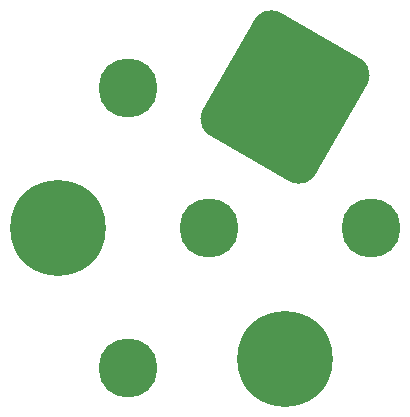
<source format=gbr>
G04 Layer_Color=255*
%FSLAX25Y25*%
%MOIN*%
%TF.FileFunction,Pads,Bot*%
%TF.Part,Single*%
G01*
G75*
%TA.AperFunction,ConnectorPad*%
%ADD31C,0.19685*%
%TA.AperFunction,ConnectorPad*%
G04:AMPARAMS|DCode=37|XSize=472.44mil|YSize=433.07mil|CornerRadius=64.96mil|HoleSize=0mil|Usage=FLASHONLY|Rotation=60.000|XOffset=0mil|YOffset=0mil|HoleType=Round|Shape=RoundedRectangle|*
%AMROUNDEDRECTD37*
21,1,0.47244,0.30315,0,0,60.0*
21,1,0.34252,0.43307,0,0,60.0*
1,1,0.12992,0.21690,0.07253*
1,1,0.12992,0.04564,-0.22410*
1,1,0.12992,-0.21690,-0.07253*
1,1,0.12992,-0.04564,0.22410*
%
%ADD37ROUNDEDRECTD37*%
%TA.AperFunction,ConnectorPad*%
%ADD38C,0.31890*%
D31*
X86201Y86201D02*
D03*
X59183Y39405D02*
D03*
X140236Y86201D02*
D03*
X59183Y132997D02*
D03*
D37*
X111447Y129928D02*
D03*
D38*
X35709Y86201D02*
D03*
X111447Y42473D02*
D03*
%TF.MD5,4149E0286E60D80789876C826A9A2088*%
M02*

</source>
